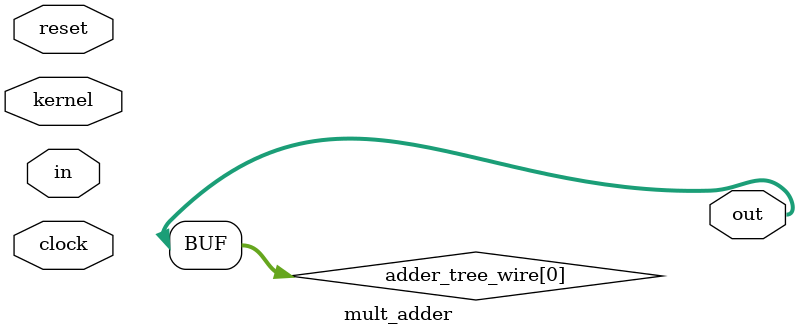
<source format=v>
module mult_adder #(
  parameter MA_TREE_SIZE = -1
)
(
  input clock, 
	input reset, 
	input [8*MA_TREE_SIZE-1:0]  in,
	input [8*MA_TREE_SIZE-1:0]  kernel,
	output [31:0] out	
);


// wire declarations
wire [15:0] in_add_vector_wire [MA_TREE_SIZE-1:0];
wire [31:0] adder_tree_wire [((MA_TREE_SIZE*2)-1)-1:0];

// assign statments
assign out = adder_tree_wire[0];

// connect input vector to multipliers
genvar i;
generate
for(i = 0; i < MA_TREE_SIZE; i=i+1) begin : connect_mul
   mult_8bit_signed ma_mult_inst(
    .clock(clock),
    .dataa(in[8*(i+1)-1:i*8]),
    .datab(kernel[8*(i+1)-1:i*8]),
    .result(in_add_vector_wire[i])
	); 
  end
endgenerate

// map products to adder tree wire
genvar pad_count;
generate
for(i = 0; i < MA_TREE_SIZE; i=i+1) begin : connect_in_vector
  // assign the lsbs here
	assign adder_tree_wire[i+MA_TREE_SIZE-1][15:0] = in_add_vector_wire[i];
`ifdef SIGNED_INT
  // loop over msb and assign sign bit here
  for(pad_count=0; pad_count<16; pad_count=pad_count+1) begin : sign_bit_extention_loop
	  assign adder_tree_wire[i+MA_TREE_SIZE-1][16+pad_count] = in_add_vector_wire[i][15];
  end // pad count 
`else
  assign adder_tree_wire[i+MA_TREE_SIZE-1][31:16] = 16'd0;   
`endif
  end
endgenerate

// connect adder tree
genvar j;
generate
for(j= (MA_TREE_SIZE*2)-2 ; j >=1 ; j=j-2) begin : sum_products
  add_32bit ma_add_inst(
    .clock(clock),
    .dataa(adder_tree_wire[j-1]),
    .datab(adder_tree_wire[j]),
    .result(adder_tree_wire[(j/2)-1])
  );  

end // for
endgenerate
   
endmodule // mult_adder

</source>
